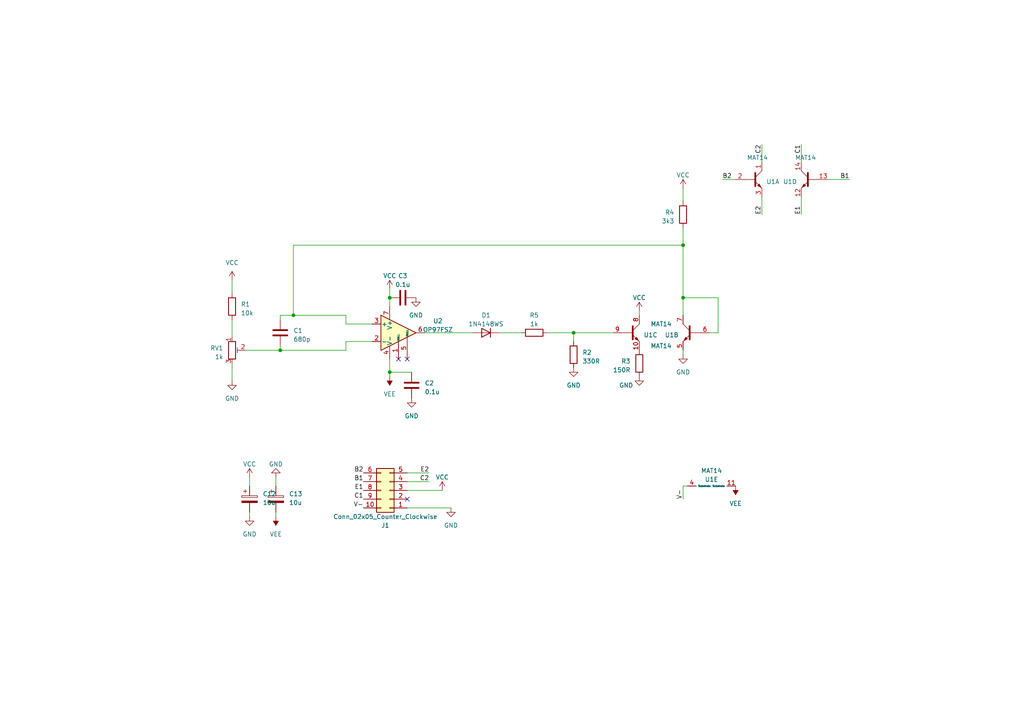
<source format=kicad_sch>
(kicad_sch (version 20230121) (generator eeschema)
  (paper "A4")
  (title_block (title "TA726") (date "2023-02-20") (rev "1") (company "Triglav Modular"))
  (lib_symbols
    (symbol "Amplifier_Operational:TL071" (pin_names (offset 0.127))
      (property "Reference" "U" (at 0 6.35 0))
      (property "Value" "TL071" (at 0 3.81 0))
      (symbol "TL071_0_1"
        (polyline (pts (xy -5.08 5.08) (xy 5.08 0) (xy -5.08 -5.08) (xy -5.08 5.08)) (stroke (width 0.254)) (fill (type background)))
      )
      (symbol "TL071_1_1"
        (pin input line (at 0 -7.62 90) (length 5.08) (name "NULL") (number "1"))
        (pin input line (at -7.62 -2.54 0) (length 2.54) (name "-") (number "2"))
        (pin input line (at -7.62 2.54 0) (length 2.54) (name "+") (number "3"))
        (pin power_in line (at -2.54 -7.62 90) (length 3.81) (name "V-") (number "4"))
        (pin input line (at 2.54 -7.62 90) (length 6.35) (name "NULL") (number "5"))
        (pin output line (at 7.62 0 180) (length 2.54) (name "~") (number "6"))
        (pin power_in line (at -2.54 7.62 270) (length 3.81) (name "V+") (number "7"))
        (pin no_connect line (at 0 2.54 270) (length 2.54) hide (name "NC") (number "8"))
      )
    )
    (symbol "Connector_Generic:Conn_02x05_Counter_Clockwise" (pin_names (offset 1.016) hide)
      (property "Reference" "J" (at 1.27 7.62 0))
      (property "Value" "Conn_02x05_Counter_Clockwise" (at 1.27 -7.62 0))
      (symbol "Conn_02x05_Counter_Clockwise_1_1"
        (rectangle (start -1.27 -4.953) (end 0 -5.207) (stroke (width 0.1524)))
        (rectangle (start -1.27 -2.413) (end 0 -2.667) (stroke (width 0.1524)))
        (rectangle (start -1.27 0.127) (end 0 -0.127) (stroke (width 0.1524)))
        (rectangle (start -1.27 2.667) (end 0 2.413) (stroke (width 0.1524)))
        (rectangle (start -1.27 5.207) (end 0 4.953) (stroke (width 0.1524)))
        (rectangle (start -1.27 6.35) (end 3.81 -6.35) (stroke (width 0.254)) (fill (type background)))
        (rectangle (start 3.81 -4.953) (end 2.54 -5.207) (stroke (width 0.1524)))
        (rectangle (start 3.81 -2.413) (end 2.54 -2.667) (stroke (width 0.1524)))
        (rectangle (start 3.81 0.127) (end 2.54 -0.127) (stroke (width 0.1524)))
        (rectangle (start 3.81 2.667) (end 2.54 2.413) (stroke (width 0.1524)))
        (rectangle (start 3.81 5.207) (end 2.54 4.953) (stroke (width 0.1524)))
        (pin passive line (at -5.08 5.08 0) (length 3.81) (name "Pin_1") (number "1"))
        (pin passive line (at 7.62 5.08 180) (length 3.81) (name "Pin_10") (number "10"))
        (pin passive line (at -5.08 2.54 0) (length 3.81) (name "Pin_2") (number "2"))
        (pin passive line (at -5.08 0 0) (length 3.81) (name "Pin_3") (number "3"))
        (pin passive line (at -5.08 -2.54 0) (length 3.81) (name "Pin_4") (number "4"))
        (pin passive line (at -5.08 -5.08 0) (length 3.81) (name "Pin_5") (number "5"))
        (pin passive line (at 7.62 -5.08 180) (length 3.81) (name "Pin_6") (number "6"))
        (pin passive line (at 7.62 -2.54 180) (length 3.81) (name "Pin_7") (number "7"))
        (pin passive line (at 7.62 0 180) (length 3.81) (name "Pin_8") (number "8"))
        (pin passive line (at 7.62 2.54 180) (length 3.81) (name "Pin_9") (number "9"))
      )
    )
    (symbol "Device:C" (pin_numbers hide) (pin_names (offset 0.254))
      (property "Reference" "C" (at 0.635 2.54 0))
      (property "Value" "C" (at 0.635 -2.54 0))
      (symbol "C_0_1"
        (polyline (pts (xy -2.032 -0.762) (xy 2.032 -0.762)) (stroke (width 0.508)))
        (polyline (pts (xy -2.032 0.762) (xy 2.032 0.762)) (stroke (width 0.508)))
      )
      (symbol "C_1_1"
        (pin passive line (at 0 3.81 270) (length 2.794) (name "~") (number "1"))
        (pin passive line (at 0 -3.81 90) (length 2.794) (name "~") (number "2"))
      )
    )
    (symbol "Device:C_Polarized" (pin_numbers hide) (pin_names (offset 0.254))
      (property "Reference" "C" (at 0.635 2.54 0))
      (property "Value" "C_Polarized" (at 0.635 -2.54 0))
      (symbol "C_Polarized_0_1"
        (rectangle (start -2.286 0.508) (end 2.286 1.016))
        (polyline (pts (xy -1.778 2.286) (xy -0.762 2.286)))
        (polyline (pts (xy -1.27 2.794) (xy -1.27 1.778)))
        (rectangle (start 2.286 -0.508) (end -2.286 -1.016) (fill (type outline)))
      )
      (symbol "C_Polarized_1_1"
        (pin passive line (at 0 3.81 270) (length 2.794) (name "~") (number "1"))
        (pin passive line (at 0 -3.81 90) (length 2.794) (name "~") (number "2"))
      )
    )
    (symbol "Device:D" (pin_numbers hide) (pin_names (offset 1.016) hide)
      (property "Reference" "D" (at 0 2.54 0))
      (property "Value" "D" (at 0 -2.54 0))
      (symbol "D_0_1"
        (polyline (pts (xy -1.27 1.27) (xy -1.27 -1.27)) (stroke (width 0.254)))
        (polyline (pts (xy 1.27 0) (xy -1.27 0)))
        (polyline (pts (xy 1.27 1.27) (xy 1.27 -1.27) (xy -1.27 0) (xy 1.27 1.27)) (stroke (width 0.254)))
      )
      (symbol "D_1_1"
        (pin passive line (at -3.81 0 0) (length 2.54) (name "K") (number "1"))
        (pin passive line (at 3.81 0 180) (length 2.54) (name "A") (number "2"))
      )
    )
    (symbol "Device:R" (pin_numbers hide) (pin_names (offset 0))
      (property "Reference" "R" (at 2.032 0 90))
      (property "Value" "R" (at 0 0 90))
      (symbol "R_0_1"
        (rectangle (start -1.016 -2.54) (end 1.016 2.54) (stroke (width 0.254)))
      )
      (symbol "R_1_1"
        (pin passive line (at 0 3.81 270) (length 1.27) (name "~") (number "1"))
        (pin passive line (at 0 -3.81 90) (length 1.27) (name "~") (number "2"))
      )
    )
    (symbol "Device:R_Potentiometer_Trim" (pin_names (offset 1.016) hide)
      (property "Reference" "RV" (at -4.445 0 90))
      (property "Value" "R_Potentiometer_Trim" (at -2.54 0 90))
      (symbol "R_Potentiometer_Trim_0_1"
        (polyline (pts (xy 1.524 0.762) (xy 1.524 -0.762)))
        (polyline (pts (xy 2.54 0) (xy 1.524 0)))
        (rectangle (start 1.016 2.54) (end -1.016 -2.54) (stroke (width 0.254)))
      )
      (symbol "R_Potentiometer_Trim_1_1"
        (pin passive line (at 0 3.81 270) (length 1.27) (name "1") (number "1"))
        (pin passive line (at 3.81 0 180) (length 1.27) (name "2") (number "2"))
        (pin passive line (at 0 -3.81 90) (length 1.27) (name "3") (number "3"))
      )
    )
    (symbol "MAT14_1"
      (property "Reference" "U" (at 0 0 0))
      (symbol "MAT14_1_1_1"
        (polyline (pts (xy -3.81 -6.35) (xy -0.635 -6.35)) (stroke (width 0.1524)))
        (polyline (pts (xy -0.635 -5.715) (xy 1.27 -3.81)))
        (polyline (pts (xy -0.635 -6.985) (xy 1.27 -8.89) (xy 1.27 -8.89)))
        (polyline (pts (xy -0.635 -4.445) (xy -0.635 -8.255) (xy -0.635 -8.255)) (stroke (width 0.508)))
        (polyline (pts (xy 0 -8.128) (xy 0.508 -7.62) (xy 1.016 -8.636) (xy 0 -8.128) (xy 0 -8.128)) (fill (type outline)))
        (pin open_collector line (at 1.27 -1.27 270) (length 2.54) (name "C") (number "1"))
        (pin input line (at -6.35 -6.35 0) (length 2.54) (name "B") (number "2"))
        (pin open_emitter line (at 1.27 -11.43 90) (length 2.54) (name "E") (number "3"))
      )
      (symbol "MAT14_1_2_1"
        (polyline (pts (xy -3.81 -6.35) (xy -0.635 -6.35)) (stroke (width 0.1524)))
        (polyline (pts (xy -0.635 -5.715) (xy 1.27 -3.81)))
        (polyline (pts (xy -0.635 -6.985) (xy 1.27 -8.89) (xy 1.27 -8.89)))
        (polyline (pts (xy -0.635 -4.445) (xy -0.635 -8.255) (xy -0.635 -8.255)) (stroke (width 0.508)))
        (polyline (pts (xy 0 -8.128) (xy 0.508 -7.62) (xy 1.016 -8.636) (xy 0 -8.128) (xy 0 -8.128)) (fill (type outline)))
        (pin open_emitter line (at 1.27 -11.43 90) (length 2.54) (name "E") (number "5"))
        (pin input line (at -6.35 -6.35 0) (length 2.54) (name "B") (number "6"))
        (pin open_collector line (at 1.27 -1.27 270) (length 2.54) (name "C") (number "7"))
      )
      (symbol "MAT14_1_3_1"
        (polyline (pts (xy -3.81 -6.35) (xy -0.635 -6.35)) (stroke (width 0.1524)))
        (polyline (pts (xy -0.635 -5.715) (xy 1.27 -3.81)))
        (polyline (pts (xy -0.635 -6.985) (xy 1.27 -8.89) (xy 1.27 -8.89)))
        (polyline (pts (xy -0.635 -4.445) (xy -0.635 -8.255) (xy -0.635 -8.255)) (stroke (width 0.508)))
        (polyline (pts (xy 0 -8.128) (xy 0.508 -7.62) (xy 1.016 -8.636) (xy 0 -8.128) (xy 0 -8.128)) (fill (type outline)))
        (pin open_emitter line (at 1.27 -11.43 90) (length 2.54) (name "E") (number "10"))
        (pin open_collector line (at 1.27 -1.27 270) (length 2.54) (name "C") (number "8"))
        (pin input line (at -6.35 -6.35 0) (length 2.54) (name "B") (number "9"))
      )
      (symbol "MAT14_1_4_1"
        (polyline (pts (xy -3.81 -6.35) (xy -0.635 -6.35)) (stroke (width 0.1524)))
        (polyline (pts (xy -0.635 -5.715) (xy 1.27 -3.81)))
        (polyline (pts (xy -0.635 -6.985) (xy 1.27 -8.89) (xy 1.27 -8.89)))
        (polyline (pts (xy -0.635 -4.445) (xy -0.635 -8.255) (xy -0.635 -8.255)) (stroke (width 0.508)))
        (polyline (pts (xy 0 -8.128) (xy 0.508 -7.62) (xy 1.016 -8.636) (xy 0 -8.128) (xy 0 -8.128)) (fill (type outline)))
        (pin open_emitter line (at 1.27 -11.43 90) (length 2.54) (name "E") (number "12"))
        (pin input line (at -6.35 -6.35 0) (length 2.54) (name "B") (number "13"))
        (pin open_collector line (at 1.27 -1.27 270) (length 2.54) (name "C") (number "14"))
      )
      (symbol "MAT14_1_5_1"
        (pin passive line (at 6.985 -4.445 180) (length 2.54) (name "Substrate") (number "11"))
        (pin passive line (at -6.985 -4.445 0) (length 2.54) (name "Substrate") (number "4"))
      )
    )
    (symbol "MAT14_2" (pin_names hide)
      (property "Reference" "U" (at 0 0 0))
      (symbol "MAT14_2_1_1"
        (polyline (pts (xy -3.81 -6.35) (xy -0.635 -6.35)) (stroke (width 0.1524)))
        (polyline (pts (xy -0.635 -5.715) (xy 1.27 -3.81)))
        (polyline (pts (xy -0.635 -6.985) (xy 1.27 -8.89) (xy 1.27 -8.89)))
        (polyline (pts (xy -0.635 -4.445) (xy -0.635 -8.255) (xy -0.635 -8.255)) (stroke (width 0.508)))
        (polyline (pts (xy 0 -8.128) (xy 0.508 -7.62) (xy 1.016 -8.636) (xy 0 -8.128) (xy 0 -8.128)) (fill (type outline)))
        (pin open_collector line (at 1.27 -1.27 270) (length 2.54) (name "C") (number "1"))
        (pin input line (at -6.35 -6.35 0) (length 2.54) (name "B") (number "2"))
        (pin open_emitter line (at 1.27 -11.43 90) (length 2.54) (name "E") (number "3"))
      )
      (symbol "MAT14_2_2_1"
        (polyline (pts (xy -3.81 -6.35) (xy -0.635 -6.35)) (stroke (width 0.1524)))
        (polyline (pts (xy -0.635 -5.715) (xy 1.27 -3.81)))
        (polyline (pts (xy -0.635 -6.985) (xy 1.27 -8.89) (xy 1.27 -8.89)))
        (polyline (pts (xy -0.635 -4.445) (xy -0.635 -8.255) (xy -0.635 -8.255)) (stroke (width 0.508)))
        (polyline (pts (xy 0 -8.128) (xy 0.508 -7.62) (xy 1.016 -8.636) (xy 0 -8.128) (xy 0 -8.128)) (fill (type outline)))
        (pin open_emitter line (at 1.27 -11.43 90) (length 2.54) (name "E") (number "5"))
        (pin input line (at -6.35 -6.35 0) (length 2.54) (name "B") (number "6"))
        (pin open_collector line (at 1.27 -1.27 270) (length 2.54) (name "C") (number "7"))
      )
      (symbol "MAT14_2_3_1"
        (polyline (pts (xy -3.81 -6.35) (xy -0.635 -6.35)) (stroke (width 0.1524)))
        (polyline (pts (xy -0.635 -5.715) (xy 1.27 -3.81)))
        (polyline (pts (xy -0.635 -6.985) (xy 1.27 -8.89) (xy 1.27 -8.89)))
        (polyline (pts (xy -0.635 -4.445) (xy -0.635 -8.255) (xy -0.635 -8.255)) (stroke (width 0.508)))
        (polyline (pts (xy 0 -8.128) (xy 0.508 -7.62) (xy 1.016 -8.636) (xy 0 -8.128) (xy 0 -8.128)) (fill (type outline)))
        (pin open_emitter line (at 1.27 -11.43 90) (length 2.54) (name "E") (number "10"))
        (pin open_collector line (at 1.27 -1.27 270) (length 2.54) (name "C") (number "8"))
        (pin input line (at -6.35 -6.35 0) (length 2.54) (name "B") (number "9"))
      )
      (symbol "MAT14_2_4_1"
        (polyline (pts (xy -3.81 -6.35) (xy -0.635 -6.35)) (stroke (width 0.1524)))
        (polyline (pts (xy -0.635 -5.715) (xy 1.27 -3.81)))
        (polyline (pts (xy -0.635 -6.985) (xy 1.27 -8.89) (xy 1.27 -8.89)))
        (polyline (pts (xy -0.635 -4.445) (xy -0.635 -8.255) (xy -0.635 -8.255)) (stroke (width 0.508)))
        (polyline (pts (xy 0 -8.128) (xy 0.508 -7.62) (xy 1.016 -8.636) (xy 0 -8.128) (xy 0 -8.128)) (fill (type outline)))
        (pin open_emitter line (at 1.27 -11.43 90) (length 2.54) (name "E") (number "12"))
        (pin input line (at -6.35 -6.35 0) (length 2.54) (name "B") (number "13"))
        (pin open_collector line (at 1.27 -1.27 270) (length 2.54) (name "C") (number "14"))
      )
      (symbol "MAT14_2_5_1"
        (polyline (pts (xy 2.54 -4.445) (xy -2.54 -4.445)))
        (text "SUBSTRATE" (at 0 -5.08 0) (effects (font (size 0.6 0.6))))
        (pin passive line (at 4.445 -4.445 180) (length 2.54) (name "Substrate") (number "11"))
        (pin passive line (at -4.445 -4.445 0) (length 2.54) (name "Substrate") (number "4"))
      )
    )
    (symbol "MAT14_3" (pin_names hide)
      (property "Reference" "U" (at 0 0 0))
      (symbol "MAT14_3_1_1"
        (polyline (pts (xy -3.81 -6.35) (xy -0.635 -6.35)) (stroke (width 0.1524)))
        (polyline (pts (xy -0.635 -5.715) (xy 1.27 -3.81)))
        (polyline (pts (xy -0.635 -6.985) (xy 1.27 -8.89) (xy 1.27 -8.89)))
        (polyline (pts (xy -0.635 -4.445) (xy -0.635 -8.255) (xy -0.635 -8.255)) (stroke (width 0.508)))
        (polyline (pts (xy 0 -8.128) (xy 0.508 -7.62) (xy 1.016 -8.636) (xy 0 -8.128) (xy 0 -8.128)) (fill (type outline)))
        (pin open_collector line (at 1.27 -1.27 270) (length 2.54) (name "C") (number "1"))
        (pin input line (at -6.35 -6.35 0) (length 2.54) (name "B") (number "2"))
        (pin open_emitter line (at 1.27 -11.43 90) (length 2.54) (name "E") (number "3"))
      )
      (symbol "MAT14_3_2_1"
        (polyline (pts (xy -3.81 -6.35) (xy -0.635 -6.35)) (stroke (width 0.1524)))
        (polyline (pts (xy -0.635 -5.715) (xy 1.27 -3.81)))
        (polyline (pts (xy -0.635 -6.985) (xy 1.27 -8.89) (xy 1.27 -8.89)))
        (polyline (pts (xy -0.635 -4.445) (xy -0.635 -8.255) (xy -0.635 -8.255)) (stroke (width 0.508)))
        (polyline (pts (xy 0 -8.128) (xy 0.508 -7.62) (xy 1.016 -8.636) (xy 0 -8.128) (xy 0 -8.128)) (fill (type outline)))
        (pin open_emitter line (at 1.27 -11.43 90) (length 2.54) (name "E") (number "5"))
        (pin input line (at -6.35 -6.35 0) (length 2.54) (name "B") (number "6"))
        (pin open_collector line (at 1.27 -1.27 270) (length 2.54) (name "C") (number "7"))
      )
      (symbol "MAT14_3_3_1"
        (polyline (pts (xy -3.81 -6.35) (xy -0.635 -6.35)) (stroke (width 0.1524)))
        (polyline (pts (xy -0.635 -5.715) (xy 1.27 -3.81)))
        (polyline (pts (xy -0.635 -6.985) (xy 1.27 -8.89) (xy 1.27 -8.89)))
        (polyline (pts (xy -0.635 -4.445) (xy -0.635 -8.255) (xy -0.635 -8.255)) (stroke (width 0.508)))
        (polyline (pts (xy 0 -8.128) (xy 0.508 -7.62) (xy 1.016 -8.636) (xy 0 -8.128) (xy 0 -8.128)) (fill (type outline)))
        (pin open_emitter line (at 1.27 -11.43 90) (length 2.54) (name "E") (number "10"))
        (pin open_collector line (at 1.27 -1.27 270) (length 2.54) (name "C") (number "8"))
        (pin input line (at -6.35 -6.35 0) (length 2.54) (name "B") (number "9"))
      )
      (symbol "MAT14_3_4_1"
        (polyline (pts (xy -3.81 -6.35) (xy -0.635 -6.35)) (stroke (width 0.1524)))
        (polyline (pts (xy -0.635 -5.715) (xy 1.27 -3.81)))
        (polyline (pts (xy -0.635 -6.985) (xy 1.27 -8.89) (xy 1.27 -8.89)))
        (polyline (pts (xy -0.635 -4.445) (xy -0.635 -8.255) (xy -0.635 -8.255)) (stroke (width 0.508)))
        (polyline (pts (xy 0 -8.128) (xy 0.508 -7.62) (xy 1.016 -8.636) (xy 0 -8.128) (xy 0 -8.128)) (fill (type outline)))
        (pin open_emitter line (at 1.27 -11.43 90) (length 2.54) (name "E") (number "12"))
        (pin input line (at -6.35 -6.35 0) (length 2.54) (name "B") (number "13"))
        (pin open_collector line (at 1.27 -1.27 270) (length 2.54) (name "C") (number "14"))
      )
      (symbol "MAT14_3_5_1"
        (polyline (pts (xy 2.54 -4.445) (xy -2.54 -4.445)))
        (text "SUBSTRATE" (at 0 -5.08 0) (effects (font (size 0.6 0.6))))
        (pin passive line (at 4.445 -4.445 180) (length 2.54) (name "Substrate") (number "11"))
        (pin passive line (at -4.445 -4.445 0) (length 2.54) (name "Substrate") (number "4"))
      )
    )
    (symbol "MAT14_4" (pin_names hide)
      (property "Reference" "U" (at 0 0 0))
      (symbol "MAT14_4_1_1"
        (polyline (pts (xy -3.81 -6.35) (xy -0.635 -6.35)) (stroke (width 0.1524)))
        (polyline (pts (xy -0.635 -5.715) (xy 1.27 -3.81)))
        (polyline (pts (xy -0.635 -6.985) (xy 1.27 -8.89) (xy 1.27 -8.89)))
        (polyline (pts (xy -0.635 -4.445) (xy -0.635 -8.255) (xy -0.635 -8.255)) (stroke (width 0.508)))
        (polyline (pts (xy 0 -8.128) (xy 0.508 -7.62) (xy 1.016 -8.636) (xy 0 -8.128) (xy 0 -8.128)) (fill (type outline)))
        (pin open_collector line (at 1.27 -1.27 270) (length 2.54) (name "C") (number "1"))
        (pin input line (at -6.35 -6.35 0) (length 2.54) (name "B") (number "2"))
        (pin open_emitter line (at 1.27 -11.43 90) (length 2.54) (name "E") (number "3"))
      )
      (symbol "MAT14_4_2_1"
        (polyline (pts (xy -3.81 -6.35) (xy -0.635 -6.35)) (stroke (width 0.1524)))
        (polyline (pts (xy -0.635 -5.715) (xy 1.27 -3.81)))
        (polyline (pts (xy -0.635 -6.985) (xy 1.27 -8.89) (xy 1.27 -8.89)))
        (polyline (pts (xy -0.635 -4.445) (xy -0.635 -8.255) (xy -0.635 -8.255)) (stroke (width 0.508)))
        (polyline (pts (xy 0 -8.128) (xy 0.508 -7.62) (xy 1.016 -8.636) (xy 0 -8.128) (xy 0 -8.128)) (fill (type outline)))
        (pin open_emitter line (at 1.27 -11.43 90) (length 2.54) (name "E") (number "5"))
        (pin input line (at -6.35 -6.35 0) (length 2.54) (name "B") (number "6"))
        (pin open_collector line (at 1.27 -1.27 270) (length 2.54) (name "C") (number "7"))
      )
      (symbol "MAT14_4_3_1"
        (polyline (pts (xy -3.81 -6.35) (xy -0.635 -6.35)) (stroke (width 0.1524)))
        (polyline (pts (xy -0.635 -5.715) (xy 1.27 -3.81)))
        (polyline (pts (xy -0.635 -6.985) (xy 1.27 -8.89) (xy 1.27 -8.89)))
        (polyline (pts (xy -0.635 -4.445) (xy -0.635 -8.255) (xy -0.635 -8.255)) (stroke (width 0.508)))
        (polyline (pts (xy 0 -8.128) (xy 0.508 -7.62) (xy 1.016 -8.636) (xy 0 -8.128) (xy 0 -8.128)) (fill (type outline)))
        (pin open_emitter line (at 1.27 -11.43 90) (length 2.54) (name "E") (number "10"))
        (pin open_collector line (at 1.27 -1.27 270) (length 2.54) (name "C") (number "8"))
        (pin input line (at -6.35 -6.35 0) (length 2.54) (name "B") (number "9"))
      )
      (symbol "MAT14_4_4_1"
        (polyline (pts (xy -3.81 -6.35) (xy -0.635 -6.35)) (stroke (width 0.1524)))
        (polyline (pts (xy -0.635 -5.715) (xy 1.27 -3.81)))
        (polyline (pts (xy -0.635 -6.985) (xy 1.27 -8.89) (xy 1.27 -8.89)))
        (polyline (pts (xy -0.635 -4.445) (xy -0.635 -8.255) (xy -0.635 -8.255)) (stroke (width 0.508)))
        (polyline (pts (xy 0 -8.128) (xy 0.508 -7.62) (xy 1.016 -8.636) (xy 0 -8.128) (xy 0 -8.128)) (fill (type outline)))
        (pin open_emitter line (at 1.27 -11.43 90) (length 2.54) (name "E") (number "12"))
        (pin input line (at -6.35 -6.35 0) (length 2.54) (name "B") (number "13"))
        (pin open_collector line (at 1.27 -1.27 270) (length 2.54) (name "C") (number "14"))
      )
      (symbol "MAT14_4_5_1"
        (polyline (pts (xy 2.54 -4.445) (xy -2.54 -4.445)))
        (text "SUBSTRATE" (at 0 -5.08 0) (effects (font (size 0.6 0.6))))
        (pin passive line (at 4.445 -4.445 180) (length 2.54) (name "Substrate") (number "11"))
        (pin passive line (at -4.445 -4.445 0) (length 2.54) (name "Substrate") (number "4"))
      )
    )
    (symbol "Triglav_Modular:MAT14" (pin_names hide)
      (property "Reference" "U" (at 0 0 0))
      (symbol "MAT14_1_1"
        (polyline (pts (xy -3.81 -6.35) (xy -0.635 -6.35)) (stroke (width 0.1524)))
        (polyline (pts (xy -0.635 -5.715) (xy 1.27 -3.81)))
        (polyline (pts (xy -0.635 -6.985) (xy 1.27 -8.89) (xy 1.27 -8.89)))
        (polyline (pts (xy -0.635 -4.445) (xy -0.635 -8.255) (xy -0.635 -8.255)) (stroke (width 0.508)))
        (polyline (pts (xy 0 -8.128) (xy 0.508 -7.62) (xy 1.016 -8.636) (xy 0 -8.128) (xy 0 -8.128)) (fill (type outline)))
        (pin open_collector line (at 1.27 -1.27 270) (length 2.54) (name "C") (number "1"))
        (pin input line (at -6.35 -6.35 0) (length 2.54) (name "B") (number "2"))
        (pin open_emitter line (at 1.27 -11.43 90) (length 2.54) (name "E") (number "3"))
      )
      (symbol "MAT14_2_1"
        (polyline (pts (xy -3.81 -6.35) (xy -0.635 -6.35)) (stroke (width 0.1524)))
        (polyline (pts (xy -0.635 -5.715) (xy 1.27 -3.81)))
        (polyline (pts (xy -0.635 -6.985) (xy 1.27 -8.89) (xy 1.27 -8.89)))
        (polyline (pts (xy -0.635 -4.445) (xy -0.635 -8.255) (xy -0.635 -8.255)) (stroke (width 0.508)))
        (polyline (pts (xy 0 -8.128) (xy 0.508 -7.62) (xy 1.016 -8.636) (xy 0 -8.128) (xy 0 -8.128)) (fill (type outline)))
        (pin open_emitter line (at 1.27 -11.43 90) (length 2.54) (name "E") (number "5"))
        (pin input line (at -6.35 -6.35 0) (length 2.54) (name "B") (number "6"))
        (pin open_collector line (at 1.27 -1.27 270) (length 2.54) (name "C") (number "7"))
      )
      (symbol "MAT14_3_1"
        (polyline (pts (xy -3.81 -6.35) (xy -0.635 -6.35)) (stroke (width 0.1524)))
        (polyline (pts (xy -0.635 -5.715) (xy 1.27 -3.81)))
        (polyline (pts (xy -0.635 -6.985) (xy 1.27 -8.89) (xy 1.27 -8.89)))
        (polyline (pts (xy -0.635 -4.445) (xy -0.635 -8.255) (xy -0.635 -8.255)) (stroke (width 0.508)))
        (polyline (pts (xy 0 -8.128) (xy 0.508 -7.62) (xy 1.016 -8.636) (xy 0 -8.128) (xy 0 -8.128)) (fill (type outline)))
        (pin open_emitter line (at 1.27 -11.43 90) (length 2.54) (name "E") (number "10"))
        (pin open_collector line (at 1.27 -1.27 270) (length 2.54) (name "C") (number "8"))
        (pin input line (at -6.35 -6.35 0) (length 2.54) (name "B") (number "9"))
      )
      (symbol "MAT14_4_1"
        (polyline (pts (xy -3.81 -6.35) (xy -0.635 -6.35)) (stroke (width 0.1524)))
        (polyline (pts (xy -0.635 -5.715) (xy 1.27 -3.81)))
        (polyline (pts (xy -0.635 -6.985) (xy 1.27 -8.89) (xy 1.27 -8.89)))
        (polyline (pts (xy -0.635 -4.445) (xy -0.635 -8.255) (xy -0.635 -8.255)) (stroke (width 0.508)))
        (polyline (pts (xy 0 -8.128) (xy 0.508 -7.62) (xy 1.016 -8.636) (xy 0 -8.128) (xy 0 -8.128)) (fill (type outline)))
        (pin open_emitter line (at 1.27 -11.43 90) (length 2.54) (name "E") (number "12"))
        (pin input line (at -6.35 -6.35 0) (length 2.54) (name "B") (number "13"))
        (pin open_collector line (at 1.27 -1.27 270) (length 2.54) (name "C") (number "14"))
      )
      (symbol "MAT14_5_1"
        (polyline (pts (xy 2.54 -4.445) (xy -2.54 -4.445)))
        (text "SUBSTRATE" (at 0 -5.08 0) (effects (font (size 0.6 0.6))))
        (pin passive line (at 4.445 -4.445 180) (length 2.54) (name "Substrate") (number "11"))
        (pin passive line (at -4.445 -4.445 0) (length 2.54) (name "Substrate") (number "4"))
      )
    )
    (symbol "power:GND" (power) (pin_names (offset 0))
      (property "Value" "GND" (at 0 -3.81 0))
      (symbol "GND_0_1"
        (polyline (pts (xy 0 0) (xy 0 -1.27) (xy 1.27 -1.27) (xy 0 -2.54) (xy -1.27 -1.27) (xy 0 -1.27)))
      )
      (symbol "GND_1_1"
        (pin power_in line (at 0 0 270) (length 0) hide (name "GND") (number "1"))
      )
    )
    (symbol "power:VCC" (power) (pin_names (offset 0))
      (property "Value" "VCC" (at 0 3.81 0))
      (symbol "VCC_0_1"
        (polyline (pts (xy -0.762 1.27) (xy 0 2.54)))
        (polyline (pts (xy 0 0) (xy 0 2.54)))
        (polyline (pts (xy 0 2.54) (xy 0.762 1.27)))
      )
      (symbol "VCC_1_1"
        (pin power_in line (at 0 0 90) (length 0) hide (name "VCC") (number "1"))
      )
    )
    (symbol "power:VEE" (power) (pin_names (offset 0))
      (property "Value" "VEE" (at 0 3.81 0))
      (symbol "VEE_0_1"
        (polyline (pts (xy 0 0) (xy 0 2.54)))
        (polyline (pts (xy 0.762 1.27) (xy -0.762 1.27) (xy 0 2.54) (xy 0.762 1.27)) (fill (type outline)))
      )
      (symbol "VEE_1_1"
        (pin power_in line (at 0 0 90) (length 0) hide (name "VEE") (number "1"))
      )
    )
  )
  (junction (at 198.12 71.12))
  (junction (at 113.03 107.95))
  (junction (at 166.37 96.52))
  (junction (at 85.09 91.44))
  (junction (at 113.03 86.36))
  (junction (at 81.28 101.6))
  (junction (at 198.12 86.36))
  (no_connect (at 118.11 104.14))
  (no_connect (at 115.57 104.14))
  (no_connect (at 118.11 144.78))
  (wire (pts (xy 72.39 149.86) (xy 72.39 148.59)))
  (wire (pts (xy 67.31 110.49) (xy 67.31 105.41)))
  (wire (pts (xy 113.03 107.95) (xy 113.03 104.14)))
  (wire (pts (xy 85.09 91.44) (xy 100.33 91.44)))
  (wire (pts (xy 67.31 85.09) (xy 67.31 81.28)))
  (wire (pts (xy 100.33 93.98) (xy 107.95 93.98)))
  (wire (pts (xy 118.11 142.24) (xy 128.27 142.24)))
  (wire (pts (xy 208.28 96.52) (xy 208.28 86.36)))
  (wire (pts (xy 113.03 109.22) (xy 113.03 107.95)))
  (wire (pts (xy 100.33 101.6) (xy 100.33 99.06)))
  (wire (pts (xy 113.03 83.82) (xy 113.03 86.36)))
  (wire (pts (xy 198.12 86.36) (xy 198.12 91.44)))
  (wire (pts (xy 151.13 96.52) (xy 144.78 96.52)))
  (wire (pts (xy 118.11 139.7) (xy 124.46 139.7)))
  (wire (pts (xy 72.39 140.97) (xy 72.39 138.43)))
  (wire (pts (xy 85.09 71.12) (xy 85.09 91.44)))
  (wire (pts (xy 100.33 101.6) (xy 81.28 101.6)))
  (wire (pts (xy 81.28 91.44) (xy 81.28 92.71)))
  (wire (pts (xy 158.75 96.52) (xy 166.37 96.52)))
  (wire (pts (xy 71.12 101.6) (xy 81.28 101.6)))
  (wire (pts (xy 198.12 144.78) (xy 198.12 140.97)))
  (wire (pts (xy 113.03 86.36) (xy 113.03 88.9)))
  (wire (pts (xy 198.12 66.04) (xy 198.12 71.12)))
  (wire (pts (xy 198.12 54.61) (xy 198.12 58.42)))
  (wire (pts (xy 81.28 91.44) (xy 85.09 91.44)))
  (wire (pts (xy 137.16 96.52) (xy 123.19 96.52)))
  (wire (pts (xy 232.41 41.91) (xy 232.41 46.99)))
  (wire (pts (xy 220.98 62.23) (xy 220.98 57.15)))
  (wire (pts (xy 166.37 99.06) (xy 166.37 96.52)))
  (wire (pts (xy 209.55 52.07) (xy 213.36 52.07)))
  (wire (pts (xy 220.98 41.91) (xy 220.98 46.99)))
  (wire (pts (xy 80.01 149.86) (xy 80.01 148.59)))
  (wire (pts (xy 107.95 99.06) (xy 100.33 99.06)))
  (wire (pts (xy 246.38 52.07) (xy 240.03 52.07)))
  (wire (pts (xy 113.03 107.95) (xy 119.38 107.95)))
  (wire (pts (xy 100.33 93.98) (xy 100.33 91.44)))
  (wire (pts (xy 80.01 138.43) (xy 80.01 140.97)))
  (wire (pts (xy 208.28 86.36) (xy 198.12 86.36)))
  (wire (pts (xy 185.42 90.17) (xy 185.42 91.44)))
  (wire (pts (xy 208.28 96.52) (xy 205.74 96.52)))
  (wire (pts (xy 85.09 71.12) (xy 198.12 71.12)))
  (wire (pts (xy 124.46 137.16) (xy 118.11 137.16)))
  (wire (pts (xy 81.28 100.33) (xy 81.28 101.6)))
  (wire (pts (xy 198.12 140.97) (xy 199.39 140.97)))
  (wire (pts (xy 67.31 97.79) (xy 67.31 92.71)))
  (wire (pts (xy 130.81 147.32) (xy 118.11 147.32)))
  (wire (pts (xy 198.12 71.12) (xy 198.12 86.36)))
  (wire (pts (xy 166.37 96.52) (xy 177.8 96.52)))
  (wire (pts (xy 198.12 102.87) (xy 198.12 101.6)))
  (wire (pts (xy 232.41 62.23) (xy 232.41 57.15)))
  (label "B2" (at 105.41 137.16 180))
  (label "E1" (at 232.41 62.23 90))
  (label "V-" (at 105.41 147.32 180))
  (label "E2" (at 220.98 62.23 90))
  (label "C1" (at 105.41 144.78 180))
  (label "C2" (at 220.98 41.91 270))
  (label "C2" (at 124.46 139.7 180))
  (label "B1" (at 105.41 139.7 180))
  (label "E1" (at 105.41 142.24 180))
  (label "B1" (at 246.38 52.07 180))
  (label "B2" (at 209.55 52.07 0))
  (label "C1" (at 232.41 41.91 270))
  (label "E2" (at 124.46 137.16 180))
  (label "V-" (at 198.12 144.78 90))
  (symbol (lib_id "Device:R") (at 154.94 96.52 90) (unit 1)
    (property "Reference" "R5" (at 154.94 91.44 90))
    (property "Value" "1k" (at 154.94 93.98 90))
    (property "Footprint" "Triglav_Modular:R_0603_1608Metric" (effects hide))
  )
  (symbol (lib_id "Device:R") (at 185.42 105.41 0) (mirror y) (unit 1)
    (property "Reference" "R3" (at 182.88 104.775 0) (effects (justify left)))
    (property "Value" "150R" (at 182.88 107.315 0) (effects (justify left)))
    (property "Footprint" "Triglav_Modular:R_0603_1608Metric" (effects hide))
  )
  (symbol (lib_id "power:VEE") (at 213.36 140.97 180) (unit 1)
    (property "Reference" "#PWR036" (effects hide))
    (property "Value" "VEE" (at 213.36 146.05 0))
  )
  (symbol (lib_id "Device:R_Potentiometer_Trim") (at 67.31 101.6 0) (unit 1)
    (property "Reference" "RV1" (at 64.77 100.965 0) (effects (justify right)))
    (property "Value" "1k" (at 64.77 103.505 0) (effects (justify right)))
    (property "Footprint" "Potentiometer_THT:Potentiometer_Bourns_3266P_Horizontal" (effects hide))
  )
  (symbol (lib_id "power:VCC") (at 72.39 138.43 0) (unit 1)
    (property "Reference" "#PWR020" (effects hide))
    (property "Value" "VCC" (at 72.39 134.62 0))
  )
  (symbol (lib_id "power:VCC") (at 185.42 90.17 0) (unit 1)
    (property "Reference" "#PWR035" (effects hide))
    (property "Value" "VCC" (at 185.42 86.36 0))
  )
  (symbol (lib_id "power:GND") (at 119.38 115.57 0) (unit 1)
    (property "Reference" "#PWR026" (effects hide))
    (property "Value" "GND" (at 119.38 120.65 0))
  )
  (symbol (lib_name "MAT14_3") (lib_id "Triglav_Modular:MAT14") (at 184.15 90.17 0) (unit 3)
    (property "Reference" "U1" (at 186.69 97.155 0) (effects (justify left)))
    (property "Value" "MAT14" (at 191.77 100.33 0))
    (property "Footprint" "Triglav_Modular:SO-14_3.9x8.65mm_P1.27mm" (effects hide))
  )
  (symbol (lib_id "power:VEE") (at 113.03 109.22 180) (unit 1)
    (property "Reference" "#PWR025" (effects hide))
    (property "Value" "VEE" (at 113.03 114.3 0))
  )
  (symbol (lib_id "power:GND") (at 120.65 86.36 0) (unit 1)
    (property "Reference" "#PWR027" (effects hide))
    (property "Value" "GND" (at 120.65 91.44 0))
  )
  (symbol (lib_id "power:VEE") (at 80.01 149.86 180) (unit 1)
    (property "Reference" "#PWR023" (effects hide))
    (property "Value" "VEE" (at 80.01 154.94 0))
  )
  (symbol (lib_id "Connector_Generic:Conn_02x05_Counter_Clockwise") (at 113.03 142.24 180) (unit 1)
    (property "Reference" "J1" (at 111.76 152.4 0))
    (property "Value" "Conn_02x05_Counter_Clockwise" (at 111.76 149.86 0))
    (property "Footprint" "Package_DIP:DIP-10_W8.89mm_SMDSocket_LongPads" (effects hide))
  )
  (symbol (lib_id "power:VCC") (at 113.03 83.82 0) (unit 1)
    (property "Reference" "#PWR024" (effects hide))
    (property "Value" "VCC" (at 113.03 80.01 0))
  )
  (symbol (lib_id "Device:D") (at 140.97 96.52 180) (unit 1)
    (property "Reference" "D1" (at 140.97 91.44 0))
    (property "Value" "1N4148WS" (at 140.97 93.98 0))
    (property "Footprint" "Triglav_Modular:D_SOD-323" (effects hide))
    (property "Sim.Device" "D" (effects hide))
    (property "Sim.Pins" "1=K 2=A" (effects hide))
  )
  (symbol (lib_id "power:GND") (at 198.12 102.87 0) (mirror y) (unit 1)
    (property "Reference" "#PWR017" (effects hide))
    (property "Value" "GND" (at 198.12 107.95 0))
  )
  (symbol (lib_id "power:GND") (at 166.37 106.68 0) (unit 1)
    (property "Reference" "#PWR030" (effects hide))
    (property "Value" "GND" (at 166.37 111.76 0))
  )
  (symbol (lib_id "power:VCC") (at 128.27 142.24 0) (unit 1)
    (property "Reference" "#PWR028" (effects hide))
    (property "Value" "VCC" (at 128.27 138.43 0))
  )
  (symbol (lib_name "MAT14_1") (lib_id "Triglav_Modular:MAT14") (at 206.375 136.525 0) (unit 5)
    (property "Reference" "U1" (at 206.375 139.065 0))
    (property "Value" "MAT14" (at 206.375 136.525 0))
    (property "Footprint" "Triglav_Modular:SO-14_3.9x8.65mm_P1.27mm" (effects hide))
  )
  (symbol (lib_id "Device:C_Polarized") (at 72.39 144.78 0) (unit 1)
    (property "Reference" "C12" (at 76.2 143.256 0) (effects (justify left)))
    (property "Value" "10u" (at 76.2 145.796 0) (effects (justify left)))
    (property "Footprint" "Triglav_Modular:CP_Elec_4x5.8" (effects hide))
  )
  (symbol (lib_id "Device:R") (at 198.12 62.23 0) (mirror y) (unit 1)
    (property "Reference" "R4" (at 195.58 61.595 0) (effects (justify left)))
    (property "Value" "3k3" (at 195.58 64.135 0) (effects (justify left)))
    (property "Footprint" "Triglav_Modular:R_0603_1608Metric" (effects hide))
  )
  (symbol (lib_id "Device:R") (at 67.31 88.9 180) (unit 1)
    (property "Reference" "R1" (at 69.85 88.265 0) (effects (justify right)))
    (property "Value" "10k" (at 69.85 90.805 0) (effects (justify right)))
    (property "Footprint" "Triglav_Modular:R_0603_1608Metric" (effects hide))
  )
  (symbol (lib_id "Device:C") (at 116.84 86.36 90) (unit 1)
    (property "Reference" "C3" (at 116.84 80.01 90))
    (property "Value" "0.1u" (at 116.84 82.55 90))
    (property "Footprint" "Triglav_Modular:C_0603_1608Metric" (effects hide))
  )
  (symbol (lib_id "power:GND") (at 80.01 138.43 180) (unit 1)
    (property "Reference" "#PWR022" (effects hide))
    (property "Value" "GND" (at 80.01 134.62 0))
  )
  (symbol (lib_id "Triglav_Modular:MAT14") (at 199.39 90.17 0) (mirror y) (unit 2)
    (property "Reference" "U1" (at 196.85 97.155 0) (effects (justify left)))
    (property "Value" "MAT14" (at 191.77 93.98 0))
    (property "Footprint" "Triglav_Modular:SO-14_3.9x8.65mm_P1.27mm" (effects hide))
  )
  (symbol (lib_name "MAT14_4") (lib_id "Triglav_Modular:MAT14") (at 233.68 45.72 0) (mirror y) (unit 4)
    (property "Reference" "U1" (at 231.14 52.705 0) (effects (justify left)))
    (property "Value" "MAT14" (at 233.68 45.72 0))
    (property "Footprint" "Triglav_Modular:SO-14_3.9x8.65mm_P1.27mm" (effects hide))
  )
  (symbol (lib_id "power:GND") (at 67.31 110.49 0) (unit 1)
    (property "Reference" "#PWR019" (effects hide))
    (property "Value" "GND" (at 67.31 115.57 0))
  )
  (symbol (lib_id "Device:C") (at 81.28 96.52 0) (unit 1)
    (property "Reference" "C1" (at 85.09 95.885 0) (effects (justify left)))
    (property "Value" "680p" (at 85.09 98.425 0) (effects (justify left)))
    (property "Footprint" "Triglav_Modular:C_0603_1608Metric" (effects hide))
  )
  (symbol (lib_id "power:VCC") (at 198.12 54.61 0) (mirror y) (unit 1)
    (property "Reference" "#PWR034" (effects hide))
    (property "Value" "VCC" (at 198.12 50.8 0))
  )
  (symbol (lib_id "Device:R") (at 166.37 102.87 180) (unit 1)
    (property "Reference" "R2" (at 168.91 102.235 0) (effects (justify right)))
    (property "Value" "330R" (at 168.91 104.775 0) (effects (justify right)))
    (property "Footprint" "Triglav_Modular:R_0603_1608Metric" (effects hide))
  )
  (symbol (lib_id "Amplifier_Operational:TL071") (at 115.57 96.52 0) (unit 1)
    (property "Reference" "U2" (at 127 93.0911 0))
    (property "Value" "OP97FSZ" (at 127 95.6311 0))
    (property "Footprint" "Triglav_Modular:SO-8_3.9x4.9mm_P1.27mm" (effects hide))
    (property "Datasheet" "http://www.ti.com/lit/ds/symlink/tl071.pdf" (effects hide))
  )
  (symbol (lib_id "Device:C_Polarized") (at 80.01 144.78 0) (unit 1)
    (property "Reference" "C13" (at 83.82 143.256 0) (effects (justify left)))
    (property "Value" "10u" (at 83.82 145.796 0) (effects (justify left)))
    (property "Footprint" "Triglav_Modular:CP_Elec_4x5.8" (effects hide))
  )
  (symbol (lib_id "power:GND") (at 130.81 147.32 0) (unit 1)
    (property "Reference" "#PWR029" (effects hide))
    (property "Value" "GND" (at 130.81 152.4 0))
  )
  (symbol (lib_id "Device:C") (at 119.38 111.76 0) (unit 1)
    (property "Reference" "C2" (at 123.19 111.125 0) (effects (justify left)))
    (property "Value" "0.1u" (at 123.19 113.665 0) (effects (justify left)))
    (property "Footprint" "Triglav_Modular:C_0603_1608Metric" (effects hide))
  )
  (symbol (lib_name "MAT14_2") (lib_id "Triglav_Modular:MAT14") (at 219.71 45.72 0) (unit 1)
    (property "Reference" "U1" (at 222.25 52.705 0) (effects (justify left)))
    (property "Value" "MAT14" (at 219.71 45.72 0))
    (property "Footprint" "Triglav_Modular:SO-14_3.9x8.65mm_P1.27mm" (effects hide))
  )
  (symbol (lib_id "power:GND") (at 185.42 109.22 0) (unit 1)
    (property "Reference" "#PWR033" (effects hide))
    (property "Value" "GND" (at 181.61 111.76 0))
  )
  (symbol (lib_id "power:GND") (at 72.39 149.86 0) (unit 1)
    (property "Reference" "#PWR021" (effects hide))
    (property "Value" "GND" (at 72.39 154.94 0))
  )
  (symbol (lib_id "power:VCC") (at 67.31 81.28 0) (unit 1)
    (property "Reference" "#PWR018" (effects hide))
    (property "Value" "VCC" (at 67.31 76.2 0))
  )
)
</source>
